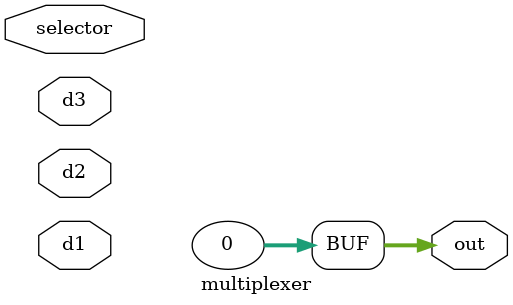
<source format=sv>
module multiplexer #(parameter N = 32) (input logic [N-1:0] d1, d2, d3,
									 input logic [1:0] selector,
									 output logic [N-1:0] out);
									 
		always_comb
		begin
		case (out)
			2'b00 	: out = d1;
			2'b01		: out = d2;
			2'b10		: out = d3;
			default 	: out = 0; 
		
		endcase
		end
									 
endmodule

</source>
